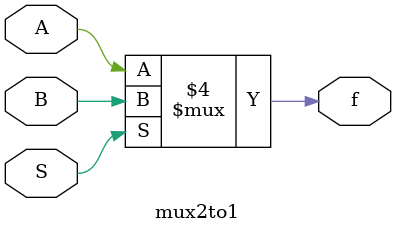
<source format=v>
module mux2to1(A,B,S,f);

input A,B,S;
output reg f;

always @(A,B,S)
begin
	if(S==0)
		f=A;
	else
		f=B;
end
endmodule
</source>
